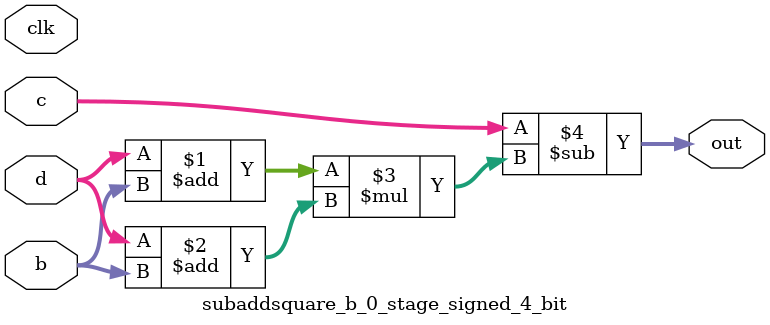
<source format=sv>
(* use_dsp = "yes" *) module subaddsquare_b_0_stage_signed_4_bit(
	input signed [3:0] b,
	input signed [3:0] c,
	input signed [3:0] d,
	output [3:0] out,
	input clk);

	assign out = c - ((d + b) * (d + b));
endmodule

</source>
